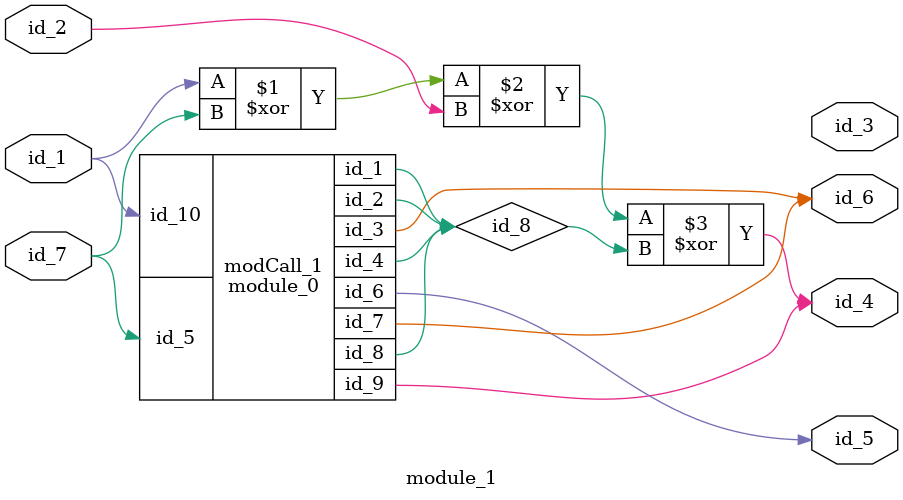
<source format=v>
module module_0 (
    id_1,
    id_2,
    id_3,
    id_4,
    id_5,
    id_6,
    id_7,
    id_8,
    id_9,
    id_10
);
  input wire id_10;
  output wire id_9;
  inout wire id_8;
  output wire id_7;
  output wire id_6;
  input wire id_5;
  inout wire id_4;
  output wire id_3;
  inout wire id_2;
  inout wire id_1;
  wire id_11;
endmodule
module module_1 (
    id_1,
    id_2,
    id_3,
    id_4,
    id_5,
    id_6,
    id_7
);
  input wire id_7;
  xor primCall (id_4, id_1, id_7, id_2, id_8);
  output wire id_6;
  output wire id_5;
  output wire id_4;
  output wire id_3;
  input wire id_2;
  input wire id_1;
  wire id_8;
  module_0 modCall_1 (
      id_8,
      id_8,
      id_6,
      id_8,
      id_7,
      id_5,
      id_6,
      id_8,
      id_4,
      id_1
  );
  wire id_9;
  ;
  wire id_10 = id_9;
endmodule

</source>
